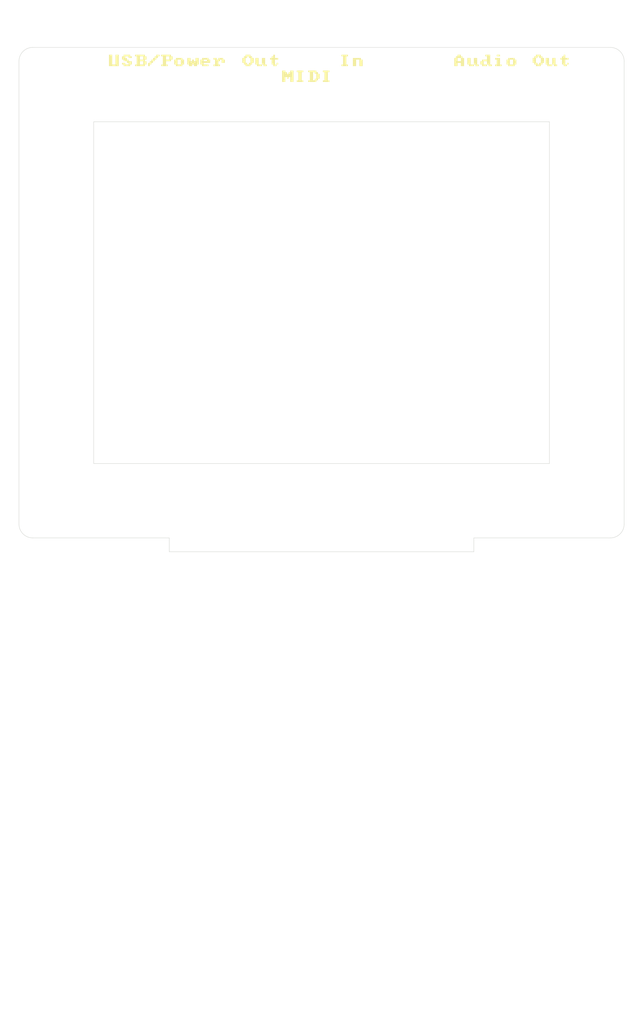
<source format=kicad_pcb>
(kicad_pcb (version 20240108) (generator "pcbnew") (generator_version "8.0")
  (layers (0 "F.Cu" signal) (31 "B.Cu" signal) (34 "B.Paste" user) (35 "F.Paste" user) (36 "B.SilkS" user "B.Silkscreen") (37 "F.SilkS" user "F.Silkscreen") (38 "B.Mask" user) (39 "F.Mask" user) (44 "Edge.Cuts" user))
  (net 0 "")
  (footprint "MountingHole:MountingHole_3.2mm_M3" (layer "F.Cu") (at 75.5 4.5)
    (property "Reference" "H2" (hide yes))
    (property "Value" "MountingHole")
    (pad "" np_thru_hole circle (at 0 0) (size 3.2 3.2) (drill 3.2) (layers "*.Cu" "*.Mask"))
  )
  (footprint "MountingHole:MountingHole_3.2mm_M3" (layer "F.Cu") (at 4.5 61)
    (property "Reference" "H3" (hide yes))
    (property "Value" "MountingHole")
    (pad "" np_thru_hole circle (at 0 0) (size 3.2 3.2) (drill 3.2) (layers "*.Cu" "*.Mask"))
  )
  (footprint "LOGO" (layer "F.Cu") (at 20.45 3.5)
    (property "Reference" "G***" (hide yes))
    (property "Value" "LOGO" (hide yes))
    (fp_poly (pts (xy -6.912267 -0.206337) (xy -6.912267 0.412672) (xy -6.705931 0.412672) (xy -6.499594 0.412672) (xy -6.499594 -0.206337) (xy -6.499594 -0.825345) (xy -6.293258 -0.825345) (xy -6.086922 -0.825345) (xy -6.086922 -0.103168) (xy -6.086922 0.619009) (xy -6.705931 0.619009) (xy -7.324939 0.619009) (xy -7.324939 -0.103168) (xy -7.324939 -0.825345) (xy -7.118603 -0.825345) (xy -6.912267 -0.825345)) (fill solid) (layer "F.SilkS"))
    (fp_poly (pts (xy 1.960195 -0.309505) (xy 1.960195 -0.206337) (xy 2.063363 -0.206337) (xy 2.166531 -0.206337) (xy 2.166531 0.103168) (xy 2.166531 0.412672) (xy 2.063363 0.412672) (xy 1.960195 0.412672) (xy 1.960195 0.515841) (xy 1.960195 0.619009) (xy 1.547522 0.619009) (xy 1.134849 0.619009) (xy 1.134849 0.515841) (xy 1.134849 0.412672) (xy 1.031681 0.412672) (xy 0.928513 0.412672) (xy 0.928513 0.103168) (xy 1.341186 0.103168) (xy 1.341186 0.412672) (xy 1.547522 0.412672) (xy 1.753858 0.412672) (xy 1.753858 0.103168) (xy 1.753858 -0.206337) (xy 1.547522 -0.206337) (xy 1.341186 -0.206337) (xy 1.341186 0.103168) (xy 0.928513 0.103168) (xy 0.928513 -0.206337) (xy 1.031681 -0.206337) (xy 1.134849 -0.206337) (xy 1.134849 -0.309505) (xy 1.134849 -0.412673) (xy 1.547522 -0.412673) (xy 1.960195 -0.412673)) (fill solid) (layer "F.SilkS"))
    (fp_poly (pts (xy 5.261576 -0.309505) (xy 5.261576 -0.206337) (xy 5.364744 -0.206337) (xy 5.467912 -0.206337) (xy 5.467912 0) (xy 5.467912 0.206336) (xy 5.055239 0.206336) (xy 4.642567 0.206336) (xy 4.642567 0.309504) (xy 4.642567 0.412672) (xy 4.952071 0.412672) (xy 5.261576 0.412672) (xy 5.261576 0.515841) (xy 5.261576 0.619009) (xy 4.848903 0.619009) (xy 4.43623 0.619009) (xy 4.43623 0.515841) (xy 4.43623 0.412672) (xy 4.333062 0.412672) (xy 4.229894 0.412672) (xy 4.229894 0.103168) (xy 4.229894 -0.103168) (xy 4.642567 -0.103168) (xy 4.642567 0) (xy 4.848903 0) (xy 5.055239 0) (xy 5.055239 -0.103168) (xy 5.055239 -0.206337) (xy 4.848903 -0.206337) (xy 4.642567 -0.206337) (xy 4.642567 -0.103168) (xy 4.229894 -0.103168) (xy 4.229894 -0.206337) (xy 4.333062 -0.206337) (xy 4.43623 -0.206337) (xy 4.43623 -0.309505) (xy 4.43623 -0.412673) (xy 4.848903 -0.412673) (xy 5.261576 -0.412673)) (fill solid) (layer "F.SilkS"))
    (fp_poly (pts (xy 2.991876 -0.206337) (xy 2.991876 0) (xy 3.095044 0) (xy 3.198212 0) (xy 3.198212 -0.103168) (xy 3.198212 -0.206337) (xy 3.301381 -0.206337) (xy 3.404549 -0.206337) (xy 3.404549 -0.103168) (xy 3.404549 0) (xy 3.507717 0) (xy 3.610885 0) (xy 3.610885 -0.206337) (xy 3.610885 -0.412673) (xy 3.817221 -0.412673) (xy 4.023558 -0.412673) (xy 4.023558 0) (xy 4.023558 0.412672) (xy 3.92039 0.412672) (xy 3.817221 0.412672) (xy 3.817221 0.515841) (xy 3.817221 0.619009) (xy 3.610885 0.619009) (xy 3.404549 0.619009) (xy 3.404549 0.515841) (xy 3.404549 0.412672) (xy 3.301381 0.412672) (xy 3.198212 0.412672) (xy 3.198212 0.515841) (xy 3.198212 0.619009) (xy 2.991876 0.619009) (xy 2.78554 0.619009) (xy 2.78554 0.515841) (xy 2.78554 0.412672) (xy 2.682372 0.412672) (xy 2.579203 0.412672) (xy 2.579203 0) (xy 2.579203 -0.412673) (xy 2.78554 -0.412673) (xy 2.991876 -0.412673)) (fill solid) (layer "F.SilkS"))
    (fp_poly (pts (xy 0.51584 -0.722177) (xy 0.51584 -0.619009) (xy 0.619009 -0.619009) (xy 0.722177 -0.619009) (xy 0.722177 -0.412673) (xy 0.722177 -0.206337) (xy 0.619009 -0.206337) (xy 0.51584 -0.206337) (xy 0.51584 -0.103168) (xy 0.51584 0) (xy 0.206336 0) (xy -0.103169 0) (xy -0.103169 0.206336) (xy -0.103169 0.412672) (xy 0 0.412672) (xy 0.103168 0.412672) (xy 0.103168 0.515841) (xy 0.103168 0.619009) (xy -0.309505 0.619009) (xy -0.722178 0.619009) (xy -0.722178 0.515841) (xy -0.722178 0.412672) (xy -0.619009 0.412672) (xy -0.515841 0.412672) (xy -0.515841 -0.103168) (xy -0.515841 -0.412673) (xy -0.103169 -0.412673) (xy -0.103169 -0.206337) (xy 0.103168 -0.206337) (xy 0.309504 -0.206337) (xy 0.309504 -0.412673) (xy 0.309504 -0.619009) (xy 0.103168 -0.619009) (xy -0.103169 -0.619009) (xy -0.103169 -0.412673) (xy -0.515841 -0.412673) (xy -0.515841 -0.619009) (xy -0.619009 -0.619009) (xy -0.722178 -0.619009) (xy -0.722178 -0.722177) (xy -0.722178 -0.825345) (xy -0.103169 -0.825345) (xy 0.51584 -0.825345)) (fill solid) (layer "F.SilkS"))
    (fp_poly (pts (xy 6.293257 -0.309505) (xy 6.293257 -0.206337) (xy 6.396425 -0.206337) (xy 6.499593 -0.206337) (xy 6.499593 -0.309505) (xy 6.499593 -0.412673) (xy 6.809098 -0.412673) (xy 7.118602 -0.412673) (xy 7.118602 -0.309505) (xy 7.118602 -0.206337) (xy 7.22177 -0.206337) (xy 7.324939 -0.206337) (xy 7.324939 0) (xy 7.324939 0.206336) (xy 7.118602 0.206336) (xy 6.912266 0.206336) (xy 6.912266 0) (xy 6.912266 -0.206337) (xy 6.809098 -0.206337) (xy 6.70593 -0.206337) (xy 6.70593 -0.103168) (xy 6.70593 0) (xy 6.602762 0) (xy 6.499593 0) (xy 6.499593 0.206336) (xy 6.499593 0.412672) (xy 6.602762 0.412672) (xy 6.70593 0.412672) (xy 6.70593 0.515841) (xy 6.70593 0.619009) (xy 6.293257 0.619009) (xy 5.880584 0.619009) (xy 5.880584 0.515841) (xy 5.880584 0.412672) (xy 5.983753 0.412672) (xy 6.086921 0.412672) (xy 6.086921 0.103168) (xy 6.086921 -0.206337) (xy 5.983753 -0.206337) (xy 5.880584 -0.206337) (xy 5.880584 -0.309505) (xy 5.880584 -0.412673) (xy 6.086921 -0.412673) (xy 6.293257 -0.412673)) (fill solid) (layer "F.SilkS"))
    (fp_poly (pts (xy -0.928514 -0.722177) (xy -0.928514 -0.619009) (xy -1.031682 -0.619009) (xy -1.13485 -0.619009) (xy -1.13485 -0.515841) (xy -1.13485 -0.412673) (xy -1.238018 -0.412673) (xy -1.341186 -0.412673) (xy -1.341186 -0.309505) (xy -1.341186 -0.206337) (xy -1.444355 -0.206337) (xy -1.547523 -0.206337) (xy -1.547523 -0.103168) (xy -1.547523 0) (xy -1.650691 0) (xy -1.753859 0) (xy -1.753859 0.103168) (xy -1.753859 0.206336) (xy -1.857027 0.206336) (xy -1.960195 0.206336) (xy -1.960195 0.309504) (xy -1.960195 0.412672) (xy -2.063364 0.412672) (xy -2.166532 0.412672) (xy -2.166532 0.515841) (xy -2.166532 0.619009) (xy -2.2697 0.619009) (xy -2.372868 0.619009) (xy -2.372868 0.412672) (xy -2.372868 0.206336) (xy -2.2697 0.206336) (xy -2.166532 0.206336) (xy -2.166532 0.103168) (xy -2.166532 0) (xy -2.063364 0) (xy -1.960195 0) (xy -1.960195 -0.103168) (xy -1.960195 -0.206337) (xy -1.857027 -0.206337) (xy -1.753859 -0.206337) (xy -1.753859 -0.309505) (xy -1.753859 -0.412673) (xy -1.650691 -0.412673) (xy -1.547523 -0.412673) (xy -1.547523 -0.515841) (xy -1.547523 -0.619009) (xy -1.444355 -0.619009) (xy -1.341186 -0.619009) (xy -1.341186 -0.722177) (xy -1.341186 -0.825345) (xy -1.13485 -0.825345) (xy -0.928514 -0.825345)) (fill solid) (layer "F.SilkS"))
    (fp_poly (pts (xy -2.785541 -0.722177) (xy -2.785541 -0.619009) (xy -2.682372 -0.619009) (xy -2.579204 -0.619009) (xy -2.579204 -0.412673) (xy -2.579204 -0.206337) (xy -2.682372 -0.206337) (xy -2.785541 -0.206337) (xy -2.785541 -0.103168) (xy -2.785541 0) (xy -2.682372 0) (xy -2.579204 0) (xy -2.579204 0.206336) (xy -2.579204 0.412672) (xy -2.682372 0.412672) (xy -2.785541 0.412672) (xy -2.785541 0.515841) (xy -2.785541 0.619009) (xy -3.40455 0.619009) (xy -4.023559 0.619009) (xy -4.023559 0.515841) (xy -4.023559 0.412672) (xy -3.92039 0.412672) (xy -3.817222 0.412672) (xy -3.817222 0.206336) (xy -3.40455 0.206336) (xy -3.40455 0.412672) (xy -3.198213 0.412672) (xy -2.991877 0.412672) (xy -2.991877 0.206336) (xy -2.991877 0) (xy -3.198213 0) (xy -3.40455 0) (xy -3.40455 0.206336) (xy -3.817222 0.206336) (xy -3.817222 -0.103168) (xy -3.817222 -0.412673) (xy -3.40455 -0.412673) (xy -3.40455 -0.206337) (xy -3.198213 -0.206337) (xy -2.991877 -0.206337) (xy -2.991877 -0.412673) (xy -2.991877 -0.619009) (xy -3.198213 -0.619009) (xy -3.40455 -0.619009) (xy -3.40455 -0.412673) (xy -3.817222 -0.412673) (xy -3.817222 -0.619009) (xy -3.92039 -0.619009) (xy -4.023559 -0.619009) (xy -4.023559 -0.722177) (xy -4.023559 -0.825345) (xy -3.40455 -0.825345) (xy -2.785541 -0.825345)) (fill solid) (layer "F.SilkS"))
    (fp_poly (pts (xy -4.642567 -0.722177) (xy -4.642567 -0.619009) (xy -4.539399 -0.619009) (xy -4.436231 -0.619009) (xy -4.436231 -0.515841) (xy -4.436231 -0.412673) (xy -4.642567 -0.412673) (xy -4.848904 -0.412673) (xy -4.848904 -0.515841) (xy -4.848904 -0.619009) (xy -5.05524 -0.619009) (xy -5.261576 -0.619009) (xy -5.261576 -0.515841) (xy -5.261576 -0.412673) (xy -5.158408 -0.412673) (xy -5.05524 -0.412673) (xy -5.05524 -0.309505) (xy -5.05524 -0.206337) (xy -4.952072 -0.206337) (xy -4.848904 -0.206337) (xy -4.848904 -0.103168) (xy -4.848904 0) (xy -4.642567 0) (xy -4.436231 0) (xy -4.436231 0.206336) (xy -4.436231 0.412672) (xy -4.539399 0.412672) (xy -4.642567 0.412672) (xy -4.642567 0.515841) (xy -4.642567 0.619009) (xy -5.05524 0.619009) (xy -5.467913 0.619009) (xy -5.467913 0.515841) (xy -5.467913 0.412672) (xy -5.571081 0.412672) (xy -5.674249 0.412672) (xy -5.674249 0.309504) (xy -5.674249 0.206336) (xy -5.467913 0.206336) (xy -5.261576 0.206336) (xy -5.261576 0.309504) (xy -5.261576 0.412672) (xy -5.05524 0.412672) (xy -4.848904 0.412672) (xy -4.848904 0.309504) (xy -4.848904 0.206336) (xy -4.952072 0.206336) (xy -5.05524 0.206336) (xy -5.05524 0.103168) (xy -5.05524 0) (xy -5.261576 0) (xy -5.467913 0) (xy -5.467913 -0.103168) (xy -5.467913 -0.206337) (xy -5.571081 -0.206337) (xy -5.674249 -0.206337) (xy -5.674249 -0.412673) (xy -5.674249 -0.619009) (xy -5.571081 -0.619009) (xy -5.467913 -0.619009) (xy -5.467913 -0.722177) (xy -5.467913 -0.825345) (xy -5.05524 -0.825345) (xy -4.642567 -0.825345)) (fill solid) (layer "F.SilkS"))
  )
  (footprint "LOGO" (layer "F.Cu") (at 43.75 3.5)
    (property "Reference" "G***" (hide yes))
    (property "Value" "LOGO" (hide yes))
    (fp_poly (pts (xy 1.238018 -0.309505) (xy 1.238018 -0.206337) (xy 1.341186 -0.206337) (xy 1.444354 -0.206337) (xy 1.444354 0.206336) (xy 1.444354 0.619009) (xy 1.238018 0.619009) (xy 1.031681 0.619009) (xy 1.031681 0.206336) (xy 1.031681 -0.206337) (xy 0.825345 -0.206337) (xy 0.619009 -0.206337) (xy 0.619009 0.206336) (xy 0.619009 0.619009) (xy 0.412672 0.619009) (xy 0.206336 0.619009) (xy 0.206336 0.103168) (xy 0.206336 -0.412673) (xy 0.722177 -0.412673) (xy 1.238018 -0.412673)) (fill solid) (layer "F.SilkS"))
    (fp_poly (pts (xy -0.412673 -0.722177) (xy -0.412673 -0.619009) (xy -0.515841 -0.619009) (xy -0.619009 -0.619009) (xy -0.619009 -0.103168) (xy -0.619009 0.412672) (xy -0.515841 0.412672) (xy -0.412673 0.412672) (xy -0.412673 0.515841) (xy -0.412673 0.619009) (xy -0.825346 0.619009) (xy -1.238018 0.619009) (xy -1.238018 0.515841) (xy -1.238018 0.412672) (xy -1.13485 0.412672) (xy -1.031682 0.412672) (xy -1.031682 -0.103168) (xy -1.031682 -0.619009) (xy -1.13485 -0.619009) (xy -1.238018 -0.619009) (xy -1.238018 -0.722177) (xy -1.238018 -0.825345) (xy -0.825346 -0.825345) (xy -0.412673 -0.825345)) (fill solid) (layer "F.SilkS"))
  )
  (footprint "LOGO" (layer "F.Cu") (at 64 3.5)
    (property "Reference" "G***" (hide yes))
    (property "Value" "LOGO" (hide yes))
    (fp_poly (pts (xy -1.444354 -0.722177) (xy -1.444354 -0.619009) (xy -1.65069 -0.619009) (xy -1.857026 -0.619009) (xy -1.857026 -0.722177) (xy -1.857026 -0.825345) (xy -1.65069 -0.825345) (xy -1.444354 -0.825345)) (fill solid) (layer "F.SilkS"))
    (fp_poly (pts (xy -1.444354 0) (xy -1.444354 0.412672) (xy -1.341186 0.412672) (xy -1.238017 0.412672) (xy -1.238017 0.515841) (xy -1.238017 0.619009) (xy -1.65069 0.619009) (xy -2.063363 0.619009) (xy -2.063363 0.515841) (xy -2.063363 0.412672) (xy -1.960195 0.412672) (xy -1.857026 0.412672) (xy -1.857026 0.103168) (xy -1.857026 -0.206337) (xy -1.960195 -0.206337) (xy -2.063363 -0.206337) (xy -2.063363 -0.309505) (xy -2.063363 -0.412673) (xy -1.753858 -0.412673) (xy -1.444354 -0.412673)) (fill solid) (layer "F.SilkS"))
    (fp_poly (pts (xy -5.158407 0) (xy -5.158407 0.412672) (xy -4.952071 0.412672) (xy -4.745735 0.412672) (xy -4.745735 0) (xy -4.745735 -0.412673) (xy -4.539398 -0.412673) (xy -4.333062 -0.412673) (xy -4.333062 0) (xy -4.333062 0.412672) (xy -4.229894 0.412672) (xy -4.126726 0.412672) (xy -4.126726 0.515841) (xy -4.126726 0.619009) (xy -4.333062 0.619009) (xy -4.539398 0.619009) (xy -4.539398 0.515841) (xy -4.539398 0.412672) (xy -4.642567 0.412672) (xy -4.745735 0.412672) (xy -4.745735 0.515841) (xy -4.745735 0.619009) (xy -5.055239 0.619009) (xy -5.364744 0.619009) (xy -5.364744 0.515841) (xy -5.364744 0.412672) (xy -5.467912 0.412672) (xy -5.57108 0.412672) (xy -5.57108 0) (xy -5.57108 -0.412673) (xy -5.364744 -0.412673) (xy -5.158407 -0.412673)) (fill solid) (layer "F.SilkS"))
    (fp_poly (pts (xy 4.745736 0) (xy 4.745736 0.412672) (xy 4.952072 0.412672) (xy 5.158408 0.412672) (xy 5.158408 0) (xy 5.158408 -0.412673) (xy 5.364745 -0.412673) (xy 5.571081 -0.412673) (xy 5.571081 0) (xy 5.571081 0.412672) (xy 5.674249 0.412672) (xy 5.777417 0.412672) (xy 5.777417 0.515841) (xy 5.777417 0.619009) (xy 5.571081 0.619009) (xy 5.364745 0.619009) (xy 5.364745 0.515841) (xy 5.364745 0.412672) (xy 5.261576 0.412672) (xy 5.158408 0.412672) (xy 5.158408 0.515841) (xy 5.158408 0.619009) (xy 4.848904 0.619009) (xy 4.539399 0.619009) (xy 4.539399 0.515841) (xy 4.539399 0.412672) (xy 4.436231 0.412672) (xy 4.333063 0.412672) (xy 4.333063 0) (xy 4.333063 -0.412673) (xy 4.539399 -0.412673) (xy 4.745736 -0.412673)) (fill solid) (layer "F.SilkS"))
    (fp_poly (pts (xy 0.412673 -0.309505) (xy 0.412673 -0.206337) (xy 0.515841 -0.206337) (xy 0.619009 -0.206337) (xy 0.619009 0.103168) (xy 0.619009 0.412672) (xy 0.515841 0.412672) (xy 0.412673 0.412672) (xy 0.412673 0.515841) (xy 0.412673 0.619009) (xy 0 0.619009) (xy -0.412672 0.619009) (xy -0.412672 0.515841) (xy -0.412672 0.412672) (xy -0.51584 0.412672) (xy -0.619009 0.412672) (xy -0.619009 0.103168) (xy -0.206336 0.103168) (xy -0.206336 0.412672) (xy 0 0.412672) (xy 0.206337 0.412672) (xy 0.206337 0.103168) (xy 0.206337 -0.206337) (xy 0 -0.206337) (xy -0.206336 -0.206337) (xy -0.206336 0.103168) (xy -0.619009 0.103168) (xy -0.619009 -0.206337) (xy -0.51584 -0.206337) (xy -0.412672 -0.206337) (xy -0.412672 -0.309505) (xy -0.412672 -0.412673) (xy 0 -0.412673) (xy 0.412673 -0.412673)) (fill solid) (layer "F.SilkS"))
    (fp_poly (pts (xy -6.396425 -0.722177) (xy -6.396425 -0.619009) (xy -6.293257 -0.619009) (xy -6.190089 -0.619009) (xy -6.190089 -0.515841) (xy -6.190089 -0.412673) (xy -6.086921 -0.412673) (xy -5.983753 -0.412673) (xy -5.983753 0.103168) (xy -5.983753 0.619009) (xy -6.190089 0.619009) (xy -6.396425 0.619009) (xy -6.396425 0.412672) (xy -6.396425 0.206336) (xy -6.602762 0.206336) (xy -6.809098 0.206336) (xy -6.809098 0.412672) (xy -6.809098 0.619009) (xy -7.015434 0.619009) (xy -7.22177 0.619009) (xy -7.22177 0.103168) (xy -7.22177 -0.206337) (xy -6.809098 -0.206337) (xy -6.809098 0) (xy -6.602762 0) (xy -6.396425 0) (xy -6.396425 -0.206337) (xy -6.396425 -0.412673) (xy -6.602762 -0.412673) (xy -6.809098 -0.412673) (xy -6.809098 -0.206337) (xy -7.22177 -0.206337) (xy -7.22177 -0.412673) (xy -7.118602 -0.412673) (xy -7.015434 -0.412673) (xy -7.015434 -0.515841) (xy -7.015434 -0.619009) (xy -6.912266 -0.619009) (xy -6.809098 -0.619009) (xy -6.809098 -0.722177) (xy -6.809098 -0.825345) (xy -6.602762 -0.825345) (xy -6.396425 -0.825345)) (fill solid) (layer "F.SilkS"))
    (fp_poly (pts (xy 6.809099 -0.619009) (xy 6.809099 -0.412673) (xy 7.015435 -0.412673) (xy 7.221771 -0.412673) (xy 7.221771 -0.309505) (xy 7.221771 -0.206337) (xy 7.015435 -0.206337) (xy 6.809099 -0.206337) (xy 6.809099 0.103168) (xy 6.809099 0.412672) (xy 6.912267 0.412672) (xy 7.015435 0.412672) (xy 7.015435 0.309504) (xy 7.015435 0.206336) (xy 7.118603 0.206336) (xy 7.221771 0.206336) (xy 7.221771 0.309504) (xy 7.221771 0.412672) (xy 7.118603 0.412672) (xy 7.015435 0.412672) (xy 7.015435 0.515841) (xy 7.015435 0.619009) (xy 6.809099 0.619009) (xy 6.602762 0.619009) (xy 6.602762 0.515841) (xy 6.602762 0.412672) (xy 6.499594 0.412672) (xy 6.396426 0.412672) (xy 6.396426 0.103168) (xy 6.396426 -0.206337) (xy 6.293258 -0.206337) (xy 6.19009 -0.206337) (xy 6.19009 -0.309505) (xy 6.19009 -0.412673) (xy 6.293258 -0.412673) (xy 6.396426 -0.412673) (xy 6.396426 -0.515841) (xy 6.396426 -0.619009) (xy 6.499594 -0.619009) (xy 6.602762 -0.619009) (xy 6.602762 -0.722177) (xy 6.602762 -0.825345) (xy 6.705931 -0.825345) (xy 6.809099 -0.825345)) (fill solid) (layer "F.SilkS"))
    (fp_poly (pts (xy -2.682372 -0.206337) (xy -2.682372 0.412672) (xy -2.579203 0.412672) (xy -2.476035 0.412672) (xy -2.476035 0.515841) (xy -2.476035 0.619009) (xy -2.682372 0.619009) (xy -2.888708 0.619009) (xy -2.888708 0.515841) (xy -2.888708 0.412672) (xy -2.991876 0.412672) (xy -3.095044 0.412672) (xy -3.095044 0.515841) (xy -3.095044 0.619009) (xy -3.404549 0.619009) (xy -3.714053 0.619009) (xy -3.714053 0.515841) (xy -3.714053 0.412672) (xy -3.817221 0.412672) (xy -3.92039 0.412672) (xy -3.92039 0.206336) (xy -3.507717 0.206336) (xy -3.507717 0.412672) (xy -3.301381 0.412672) (xy -3.095044 0.412672) (xy -3.095044 0.206336) (xy -3.095044 0) (xy -3.301381 0) (xy -3.507717 0) (xy -3.507717 0.206336) (xy -3.92039 0.206336) (xy -3.92039 0) (xy -3.817221 0) (xy -3.714053 0) (xy -3.714053 -0.103168) (xy -3.714053 -0.206337) (xy -3.404549 -0.206337) (xy -3.095044 -0.206337) (xy -3.095044 -0.412673) (xy -3.095044 -0.619009) (xy -3.198212 -0.619009) (xy -3.301381 -0.619009) (xy -3.301381 -0.722177) (xy -3.301381 -0.825345) (xy -2.991876 -0.825345) (xy -2.682372 -0.825345)) (fill solid) (layer "F.SilkS"))
    (fp_poly (pts (xy 3.714054 -0.722177) (xy 3.714054 -0.619009) (xy 3.817222 -0.619009) (xy 3.92039 -0.619009) (xy 3.92039 -0.515841) (xy 3.92039 -0.412673) (xy 4.023559 -0.412673) (xy 4.126727 -0.412673) (xy 4.126727 -0.103168) (xy 4.126727 0.206336) (xy 4.023559 0.206336) (xy 3.92039 0.206336) (xy 3.92039 0.309504) (xy 3.92039 0.412672) (xy 3.817222 0.412672) (xy 3.714054 0.412672) (xy 3.714054 0.515841) (xy 3.714054 0.619009) (xy 3.40455 0.619009) (xy 3.095045 0.619009) (xy 3.095045 0.515841) (xy 3.095045 0.412672) (xy 2.991877 0.412672) (xy 2.888709 0.412672) (xy 2.888709 0.309504) (xy 2.888709 0.206336) (xy 2.785541 0.206336) (xy 2.682372 0.206336) (xy 2.682372 -0.103168) (xy 2.682372 -0.412673) (xy 2.785541 -0.412673) (xy 2.888709 -0.412673) (xy 3.095045 -0.412673) (xy 3.095045 -0.103168) (xy 3.095045 0.206336) (xy 3.198213 0.206336) (xy 3.301381 0.206336) (xy 3.301381 0.309504) (xy 3.301381 0.412672) (xy 3.40455 0.412672) (xy 3.507718 0.412672) (xy 3.507718 0.309504) (xy 3.507718 0.206336) (xy 3.610886 0.206336) (xy 3.714054 0.206336) (xy 3.714054 -0.103168) (xy 3.714054 -0.412673) (xy 3.610886 -0.412673) (xy 3.507718 -0.412673) (xy 3.507718 -0.515841) (xy 3.507718 -0.619009) (xy 3.40455 -0.619009) (xy 3.301381 -0.619009) (xy 3.301381 -0.515841) (xy 3.301381 -0.412673) (xy 3.198213 -0.412673) (xy 3.095045 -0.412673) (xy 2.888709 -0.412673) (xy 2.888709 -0.515841) (xy 2.888709 -0.619009) (xy 2.991877 -0.619009) (xy 3.095045 -0.619009) (xy 3.095045 -0.722177) (xy 3.095045 -0.825345) (xy 3.40455 -0.825345) (xy 3.714054 -0.825345)) (fill solid) (layer "F.SilkS"))
  )
  (footprint "MountingHole:MountingHole_3.2mm_M3" (layer "F.Cu") (at 75.5 61)
    (property "Reference" "H4" (hide yes))
    (property "Value" "MountingHole")
    (pad "" np_thru_hole circle (at 0 0) (size 3.2 3.2) (drill 3.2) (layers "*.Cu" "*.Mask"))
  )
  (footprint "LOGO" (layer "F.Cu") (at 38 5.5)
    (property "Reference" "G***" (hide yes))
    (property "Value" "LOGO" (hide yes))
    (fp_poly (pts (xy -0.309504 -0.722177) (xy -0.309504 -0.619009) (xy -0.412673 -0.619009) (xy -0.515841 -0.619009) (xy -0.515841 -0.103168) (xy -0.515841 0.412672) (xy -0.412673 0.412672) (xy -0.309504 0.412672) (xy -0.309504 0.515841) (xy -0.309504 0.619009) (xy -0.722177 0.619009) (xy -1.13485 0.619009) (xy -1.13485 0.515841) (xy -1.13485 0.412672) (xy -1.031682 0.412672) (xy -0.928513 0.412672) (xy -0.928513 -0.103168) (xy -0.928513 -0.619009) (xy -1.031682 -0.619009) (xy -1.13485 -0.619009) (xy -1.13485 -0.722177) (xy -1.13485 -0.825345) (xy -0.722177 -0.825345) (xy -0.309504 -0.825345)) (fill solid) (layer "F.SilkS"))
    (fp_poly (pts (xy 2.991877 -0.722177) (xy 2.991877 -0.619009) (xy 2.888708 -0.619009) (xy 2.78554 -0.619009) (xy 2.78554 -0.103168) (xy 2.78554 0.412672) (xy 2.888708 0.412672) (xy 2.991877 0.412672) (xy 2.991877 0.515841) (xy 2.991877 0.619009) (xy 2.579204 0.619009) (xy 2.166531 0.619009) (xy 2.166531 0.515841) (xy 2.166531 0.412672) (xy 2.269699 0.412672) (xy 2.372868 0.412672) (xy 2.372868 -0.103168) (xy 2.372868 -0.619009) (xy 2.269699 -0.619009) (xy 2.166531 -0.619009) (xy 2.166531 -0.722177) (xy 2.166531 -0.825345) (xy 2.579204 -0.825345) (xy 2.991877 -0.825345)) (fill solid) (layer "F.SilkS"))
    (fp_poly (pts (xy -2.579204 -0.722177) (xy -2.579204 -0.619009) (xy -2.476036 -0.619009) (xy -2.372868 -0.619009) (xy -2.372868 -0.515841) (xy -2.372868 -0.412673) (xy -2.269699 -0.412673) (xy -2.166531 -0.412673) (xy -2.166531 -0.515841) (xy -2.166531 -0.619009) (xy -2.063363 -0.619009) (xy -1.960195 -0.619009) (xy -1.960195 -0.722177) (xy -1.960195 -0.825345) (xy -1.753859 -0.825345) (xy -1.547522 -0.825345) (xy -1.547522 -0.103168) (xy -1.547522 0.619009) (xy -1.753859 0.619009) (xy -1.960195 0.619009) (xy -1.960195 0.309504) (xy -1.960195 0) (xy -2.063363 0) (xy -2.166531 0) (xy -2.166531 0.103168) (xy -2.166531 0.206336) (xy -2.269699 0.206336) (xy -2.372868 0.206336) (xy -2.372868 0.103168) (xy -2.372868 0) (xy -2.476036 0) (xy -2.579204 0) (xy -2.579204 0.309504) (xy -2.579204 0.619009) (xy -2.78554 0.619009) (xy -2.991876 0.619009) (xy -2.991876 -0.103168) (xy -2.991876 -0.825345) (xy -2.78554 -0.825345) (xy -2.579204 -0.825345)) (fill solid) (layer "F.SilkS"))
    (fp_poly (pts (xy 1.341186 -0.722177) (xy 1.341186 -0.619009) (xy 1.444354 -0.619009) (xy 1.547522 -0.619009) (xy 1.547522 -0.515841) (xy 1.547522 -0.412673) (xy 1.650691 -0.412673) (xy 1.753859 -0.412673) (xy 1.753859 -0.103168) (xy 1.753859 0.206336) (xy 1.650691 0.206336) (xy 1.547522 0.206336) (xy 1.547522 0.309504) (xy 1.547522 0.412672) (xy 1.444354 0.412672) (xy 1.341186 0.412672) (xy 1.341186 0.515841) (xy 1.341186 0.619009) (xy 0.825345 0.619009) (xy 0.309504 0.619009) (xy 0.309504 0.515841) (xy 0.309504 0.412672) (xy 0.412673 0.412672) (xy 0.515841 0.412672) (xy 0.515841 -0.103168) (xy 0.928513 -0.103168) (xy 0.928513 0.412672) (xy 1.031682 0.412672) (xy 1.13485 0.412672) (xy 1.13485 0.309504) (xy 1.13485 0.206336) (xy 1.238018 0.206336) (xy 1.341186 0.206336) (xy 1.341186 -0.103168) (xy 1.341186 -0.412673) (xy 1.238018 -0.412673) (xy 1.13485 -0.412673) (xy 1.13485 -0.515841) (xy 1.13485 -0.619009) (xy 1.031682 -0.619009) (xy 0.928513 -0.619009) (xy 0.928513 -0.103168) (xy 0.515841 -0.103168) (xy 0.515841 -0.619009) (xy 0.412673 -0.619009) (xy 0.309504 -0.619009) (xy 0.309504 -0.722177) (xy 0.309504 -0.825345) (xy 0.825345 -0.825345) (xy 1.341186 -0.825345)) (fill solid) (layer "F.SilkS"))
  )
  (footprint "LOGO" (layer "F.Cu") (at 32.25 3.5)
    (property "Reference" "G***" (hide yes))
    (property "Value" "LOGO" (hide yes))
    (fp_poly (pts (xy -0.206336 0) (xy -0.206336 0.412672) (xy 0 0.412672) (xy 0.206336 0.412672) (xy 0.206336 0) (xy 0.206336 -0.412673) (xy 0.412673 -0.412673) (xy 0.619009 -0.412673) (xy 0.619009 0) (xy 0.619009 0.412672) (xy 0.722177 0.412672) (xy 0.825345 0.412672) (xy 0.825345 0.515841) (xy 0.825345 0.619009) (xy 0.619009 0.619009) (xy 0.412673 0.619009) (xy 0.412673 0.515841) (xy 0.412673 0.412672) (xy 0.309504 0.412672) (xy 0.206336 0.412672) (xy 0.206336 0.515841) (xy 0.206336 0.619009) (xy -0.103168 0.619009) (xy -0.412673 0.619009) (xy -0.412673 0.515841) (xy -0.412673 0.412672) (xy -0.515841 0.412672) (xy -0.619009 0.412672) (xy -0.619009 0) (xy -0.619009 -0.412673) (xy -0.412673 -0.412673) (xy -0.206336 -0.412673)) (fill solid) (layer "F.SilkS"))
    (fp_poly (pts (xy 1.857027 -0.619009) (xy 1.857027 -0.412673) (xy 2.063363 -0.412673) (xy 2.269699 -0.412673) (xy 2.269699 -0.309505) (xy 2.269699 -0.206337) (xy 2.063363 -0.206337) (xy 1.857027 -0.206337) (xy 1.857027 0.103168) (xy 1.857027 0.412672) (xy 1.960195 0.412672) (xy 2.063363 0.412672) (xy 2.063363 0.309504) (xy 2.063363 0.206336) (xy 2.166531 0.206336) (xy 2.269699 0.206336) (xy 2.269699 0.309504) (xy 2.269699 0.412672) (xy 2.166531 0.412672) (xy 2.063363 0.412672) (xy 2.063363 0.515841) (xy 2.063363 0.619009) (xy 1.857027 0.619009) (xy 1.65069 0.619009) (xy 1.65069 0.515841) (xy 1.65069 0.412672) (xy 1.547522 0.412672) (xy 1.444354 0.412672) (xy 1.444354 0.103168) (xy 1.444354 -0.206337) (xy 1.341186 -0.206337) (xy 1.238018 -0.206337) (xy 1.238018 -0.309505) (xy 1.238018 -0.412673) (xy 1.341186 -0.412673) (xy 1.444354 -0.412673) (xy 1.444354 -0.515841) (xy 1.444354 -0.619009) (xy 1.547522 -0.619009) (xy 1.65069 -0.619009) (xy 1.65069 -0.722177) (xy 1.65069 -0.825345) (xy 1.753859 -0.825345) (xy 1.857027 -0.825345)) (fill solid) (layer "F.SilkS"))
    (fp_poly (pts (xy -1.238018 -0.722177) (xy -1.238018 -0.619009) (xy -1.13485 -0.619009) (xy -1.031682 -0.619009) (xy -1.031682 -0.515841) (xy -1.031682 -0.412673) (xy -0.928513 -0.412673) (xy -0.825345 -0.412673) (xy -0.825345 -0.103168) (xy -0.825345 0.206336) (xy -0.928513 0.206336) (xy -1.031682 0.206336) (xy -1.031682 0.309504) (xy -1.031682 0.412672) (xy -1.13485 0.412672) (xy -1.238018 0.412672) (xy -1.238018 0.515841) (xy -1.238018 0.619009) (xy -1.547522 0.619009) (xy -1.857027 0.619009) (xy -1.857027 0.515841) (xy -1.857027 0.412672) (xy -1.960195 0.412672) (xy -2.063363 0.412672) (xy -2.063363 0.309504) (xy -2.063363 0.206336) (xy -2.166531 0.206336) (xy -2.269699 0.206336) (xy -2.269699 -0.103168) (xy -2.269699 -0.412673) (xy -2.166531 -0.412673) (xy -2.063363 -0.412673) (xy -1.857027 -0.412673) (xy -1.857027 -0.103168) (xy -1.857027 0.206336) (xy -1.753859 0.206336) (xy -1.650691 0.206336) (xy -1.650691 0.309504) (xy -1.650691 0.412672) (xy -1.547522 0.412672) (xy -1.444354 0.412672) (xy -1.444354 0.309504) (xy -1.444354 0.206336) (xy -1.341186 0.206336) (xy -1.238018 0.206336) (xy -1.238018 -0.103168) (xy -1.238018 -0.412673) (xy -1.341186 -0.412673) (xy -1.444354 -0.412673) (xy -1.444354 -0.515841) (xy -1.444354 -0.619009) (xy -1.547522 -0.619009) (xy -1.650691 -0.619009) (xy -1.650691 -0.515841) (xy -1.650691 -0.412673) (xy -1.753859 -0.412673) (xy -1.857027 -0.412673) (xy -2.063363 -0.412673) (xy -2.063363 -0.515841) (xy -2.063363 -0.619009) (xy -1.960195 -0.619009) (xy -1.857027 -0.619009) (xy -1.857027 -0.722177) (xy -1.857027 -0.825345) (xy -1.547522 -0.825345) (xy -1.238018 -0.825345)) (fill solid) (layer "F.SilkS"))
  )
  (footprint "MountingHole:MountingHole_3.2mm_M3" (layer "F.Cu") (at 4.5 4.5)
    (property "Reference" "H1" (hide yes))
    (property "Value" "MountingHole")
    (pad "" np_thru_hole circle (at 0 0) (size 3.2 3.2) (drill 3.2) (layers "*.Cu" "*.Mask"))
  )
  (gr_line (start 1.75 62) (end 1.75 3.5) (stroke (width 0.05)) (layer "Edge.Cuts"))
  (gr_line (start 11.2 11.15) (end 11.2 54.35) (stroke (width 0.05)) (layer "Edge.Cuts"))
  (gr_arc (start 78.25 62) (mid 77.737437 63.237437) (end 76.5 63.75) (stroke (width 0.05)) (layer "Edge.Cuts"))
  (gr_arc (start 1.75 3.5) (mid 2.262563 2.262563) (end 3.5 1.75) (stroke (width 0.05)) (layer "Edge.Cuts"))
  (gr_line (start 20.75 65.5) (end 59.25 65.5) (stroke (width 0.05)) (layer "Edge.Cuts"))
  (gr_line (start 20.75 63.75) (end 20.75 65.5) (stroke (width 0.05)) (layer "Edge.Cuts"))
  (gr_line (start 78.25 62) (end 78.25 3.5) (stroke (width 0.05)) (layer "Edge.Cuts"))
  (gr_arc (start 3.5 63.75) (mid 2.262563 63.237437) (end 1.75 62) (stroke (width 0.05)) (layer "Edge.Cuts"))
  (gr_line (start 59.25 63.75) (end 59.25 65.5) (stroke (width 0.05)) (layer "Edge.Cuts"))
  (gr_line (start 11.2 54.35) (end 68.8 54.35) (stroke (width 0.05)) (layer "Edge.Cuts"))
  (gr_line (start 68.8 11.15) (end 11.2 11.15) (stroke (width 0.05)) (layer "Edge.Cuts"))
  (gr_line (start 3.5 63.75) (end 20.75 63.75) (stroke (width 0.05)) (layer "Edge.Cuts"))
  (gr_line (start 3.5 1.75) (end 76.5 1.75) (stroke (width 0.05)) (layer "Edge.Cuts"))
  (gr_arc (start 76.5 1.75) (mid 77.737437 2.262563) (end 78.25 3.5) (stroke (width 0.05)) (layer "Edge.Cuts"))
  (gr_line (start 68.8 54.35) (end 68.8 11.15) (stroke (width 0.05)) (layer "Edge.Cuts"))
  (gr_line (start 59.25 63.75) (end 76.5 63.75) (stroke (width 0.05)) (layer "Edge.Cuts"))
)
</source>
